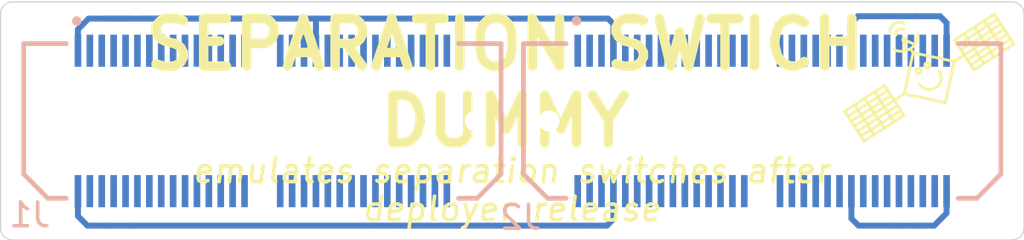
<source format=kicad_pcb>
(kicad_pcb (version 20171130) (host pcbnew "(5.1.9)-1")

  (general
    (thickness 1.6)
    (drawings 64)
    (tracks 31)
    (zones 0)
    (modules 7)
    (nets 117)
  )

  (page A4)
  (layers
    (0 F.Cu signal)
    (31 B.Cu signal)
    (32 B.Adhes user)
    (33 F.Adhes user)
    (34 B.Paste user)
    (35 F.Paste user)
    (36 B.SilkS user)
    (37 F.SilkS user)
    (38 B.Mask user)
    (39 F.Mask user)
    (40 Dwgs.User user hide)
    (41 Cmts.User user hide)
    (42 Eco1.User user)
    (43 Eco2.User user)
    (44 Edge.Cuts user)
    (45 Margin user hide)
    (46 B.CrtYd user hide)
    (47 F.CrtYd user hide)
    (48 B.Fab user hide)
    (49 F.Fab user hide)
  )

  (setup
    (last_trace_width 0.25)
    (user_trace_width 0.5)
    (trace_clearance 0.2)
    (zone_clearance 0.508)
    (zone_45_only no)
    (trace_min 0.2)
    (via_size 0.8)
    (via_drill 0.4)
    (via_min_size 0.4)
    (via_min_drill 0.2)
    (user_via 0.5 0.2)
    (uvia_size 0.3)
    (uvia_drill 0.1)
    (uvias_allowed no)
    (uvia_min_size 0.2)
    (uvia_min_drill 0.1)
    (edge_width 0.05)
    (segment_width 0.2)
    (pcb_text_width 0.3)
    (pcb_text_size 1.5 1.5)
    (mod_edge_width 0.12)
    (mod_text_size 1 1)
    (mod_text_width 0.15)
    (pad_size 1.524 1.524)
    (pad_drill 0.762)
    (pad_to_mask_clearance 0)
    (aux_axis_origin 0 0)
    (visible_elements 7FFFFFFF)
    (pcbplotparams
      (layerselection 0x010fc_ffffffff)
      (usegerberextensions true)
      (usegerberattributes true)
      (usegerberadvancedattributes false)
      (creategerberjobfile true)
      (excludeedgelayer true)
      (linewidth 0.100000)
      (plotframeref false)
      (viasonmask false)
      (mode 1)
      (useauxorigin false)
      (hpglpennumber 1)
      (hpglpenspeed 20)
      (hpglpendiameter 15.000000)
      (psnegative false)
      (psa4output false)
      (plotreference true)
      (plotvalue true)
      (plotinvisibletext false)
      (padsonsilk false)
      (subtractmaskfromsilk false)
      (outputformat 1)
      (mirror false)
      (drillshape 0)
      (scaleselection 1)
      (outputdirectory "gerbers/"))
  )

  (net 0 "")
  (net 1 /H2-26)
  (net 2 /H2-25)
  (net 3 /H1-26)
  (net 4 /H1-25)
  (net 5 /H2-24)
  (net 6 /H2-23)
  (net 7 /H1-24)
  (net 8 /H1-23)
  (net 9 /H2-22)
  (net 10 /H2-21)
  (net 11 /H1-22)
  (net 12 /H1-21)
  (net 13 /H2-20)
  (net 14 /H2-19)
  (net 15 /H1-20)
  (net 16 /H1-19)
  (net 17 /H2-18)
  (net 18 /H2-17)
  (net 19 /H1-18)
  (net 20 /H1-17)
  (net 21 /H2-16)
  (net 22 /H2-15)
  (net 23 /H1-16)
  (net 24 /GND)
  (net 25 /H2-14)
  (net 26 /H2-13)
  (net 27 /H1-14)
  (net 28 /H1-13)
  (net 29 /H2-12)
  (net 30 /H2-11)
  (net 31 /H1-12)
  (net 32 /H1-11)
  (net 33 /H2-10)
  (net 34 /H2-9)
  (net 35 /H1-10)
  (net 36 /H1-9)
  (net 37 /H2-8)
  (net 38 /H2-7)
  (net 39 /H1-8)
  (net 40 /H1-7)
  (net 41 /H2-6)
  (net 42 /H2-5)
  (net 43 /H1-6)
  (net 44 /H1-5)
  (net 45 /H2-4)
  (net 46 /H2-3)
  (net 47 /H1-4)
  (net 48 /H1-3)
  (net 49 /H2-2)
  (net 50 /H2-1)
  (net 51 /H1-2)
  (net 52 /H1-1)
  (net 53 /+X_SOLAR_PWR)
  (net 54 /-Z_SOLAR_PWR)
  (net 55 /+X_SOLAR_RTN)
  (net 56 /-Z_SOLAR_RTN)
  (net 57 /+X_SOLAR_TLE)
  (net 58 /-Z_SOLAR_TLE)
  (net 59 /SEP2)
  (net 60 /SEP1)
  (net 61 /SEP4)
  (net 62 /SEP3)
  (net 63 /-X_SOLAR_PWR)
  (net 64 /+Y_SOLAR_PWR)
  (net 65 /-X_SOLAR_RTN)
  (net 66 /+Y_SOLAR_RTN)
  (net 67 /-X_SOLAR_TLE)
  (net 68 /+Y_SOLAR_TLE)
  (net 69 /H2-52)
  (net 70 /H2-51)
  (net 71 /H1-52)
  (net 72 /H1-51)
  (net 73 /H2-50)
  (net 74 /H2-49)
  (net 75 /USER_3)
  (net 76 /USER_2)
  (net 77 /USER_1)
  (net 78 /SELF_TEST)
  (net 79 /H2-46)
  (net 80 /H2-45)
  (net 81 /H1-46)
  (net 82 /H1-45)
  (net 83 /H2-44)
  (net 84 /H2-43)
  (net 85 /H1-44)
  (net 86 /H1-43)
  (net 87 /H2-42)
  (net 88 /H2-41)
  (net 89 /H1-42)
  (net 90 /H1-41)
  (net 91 /H2-40)
  (net 92 /H2-39)
  (net 93 /H1-40)
  (net 94 /H1-39)
  (net 95 /H2-38)
  (net 96 /H2-37)
  (net 97 /H1-38)
  (net 98 /H1-37)
  (net 99 /H2-36)
  (net 100 /H2-35)
  (net 101 /H1-36)
  (net 102 /H1-35)
  (net 103 /H2-34)
  (net 104 /H2-33)
  (net 105 /H1-34)
  (net 106 /H1-33)
  (net 107 /AGND)
  (net 108 /5V_USB)
  (net 109 /H1-31)
  (net 110 /H1-30)
  (net 111 /BUS_RESET)
  (net 112 /H2-28)
  (net 113 /H2-27)
  (net 114 /H1-28)
  (net 115 /H1-27)
  (net 116 /RBF)

  (net_class Default "This is the default net class."
    (clearance 0.2)
    (trace_width 0.25)
    (via_dia 0.8)
    (via_drill 0.4)
    (uvia_dia 0.3)
    (uvia_drill 0.1)
    (add_net /+X_SOLAR_PWR)
    (add_net /+X_SOLAR_RTN)
    (add_net /+X_SOLAR_TLE)
    (add_net /+Y_SOLAR_PWR)
    (add_net /+Y_SOLAR_RTN)
    (add_net /+Y_SOLAR_TLE)
    (add_net /-X_SOLAR_PWR)
    (add_net /-X_SOLAR_RTN)
    (add_net /-X_SOLAR_TLE)
    (add_net /-Z_SOLAR_PWR)
    (add_net /-Z_SOLAR_RTN)
    (add_net /-Z_SOLAR_TLE)
    (add_net /5V_USB)
    (add_net /AGND)
    (add_net /BUS_RESET)
    (add_net /GND)
    (add_net /H1-1)
    (add_net /H1-10)
    (add_net /H1-11)
    (add_net /H1-12)
    (add_net /H1-13)
    (add_net /H1-14)
    (add_net /H1-16)
    (add_net /H1-17)
    (add_net /H1-18)
    (add_net /H1-19)
    (add_net /H1-2)
    (add_net /H1-20)
    (add_net /H1-21)
    (add_net /H1-22)
    (add_net /H1-23)
    (add_net /H1-24)
    (add_net /H1-25)
    (add_net /H1-26)
    (add_net /H1-27)
    (add_net /H1-28)
    (add_net /H1-3)
    (add_net /H1-30)
    (add_net /H1-31)
    (add_net /H1-33)
    (add_net /H1-34)
    (add_net /H1-35)
    (add_net /H1-36)
    (add_net /H1-37)
    (add_net /H1-38)
    (add_net /H1-39)
    (add_net /H1-4)
    (add_net /H1-40)
    (add_net /H1-41)
    (add_net /H1-42)
    (add_net /H1-43)
    (add_net /H1-44)
    (add_net /H1-45)
    (add_net /H1-46)
    (add_net /H1-5)
    (add_net /H1-51)
    (add_net /H1-52)
    (add_net /H1-6)
    (add_net /H1-7)
    (add_net /H1-8)
    (add_net /H1-9)
    (add_net /H2-1)
    (add_net /H2-10)
    (add_net /H2-11)
    (add_net /H2-12)
    (add_net /H2-13)
    (add_net /H2-14)
    (add_net /H2-15)
    (add_net /H2-16)
    (add_net /H2-17)
    (add_net /H2-18)
    (add_net /H2-19)
    (add_net /H2-2)
    (add_net /H2-20)
    (add_net /H2-21)
    (add_net /H2-22)
    (add_net /H2-23)
    (add_net /H2-24)
    (add_net /H2-25)
    (add_net /H2-26)
    (add_net /H2-27)
    (add_net /H2-28)
    (add_net /H2-3)
    (add_net /H2-33)
    (add_net /H2-34)
    (add_net /H2-35)
    (add_net /H2-36)
    (add_net /H2-37)
    (add_net /H2-38)
    (add_net /H2-39)
    (add_net /H2-4)
    (add_net /H2-40)
    (add_net /H2-41)
    (add_net /H2-42)
    (add_net /H2-43)
    (add_net /H2-44)
    (add_net /H2-45)
    (add_net /H2-46)
    (add_net /H2-49)
    (add_net /H2-5)
    (add_net /H2-50)
    (add_net /H2-51)
    (add_net /H2-52)
    (add_net /H2-6)
    (add_net /H2-7)
    (add_net /H2-8)
    (add_net /H2-9)
    (add_net /RBF)
    (add_net /SELF_TEST)
    (add_net /SEP1)
    (add_net /SEP2)
    (add_net /SEP3)
    (add_net /SEP4)
    (add_net /USER_1)
    (add_net /USER_2)
    (add_net /USER_3)
  )

  (module backplane-sepsw:NetTie-2_SMD_Pad0.25mm (layer B.Cu) (tedit 61BF51A4) (tstamp 61BF6664)
    (at 152.125 99.4 180)
    (descr "Net tie, 2 pin, 0.5mm square SMD pads")
    (tags "net tie")
    (path /61C44E55)
    (attr virtual)
    (fp_text reference NT5 (at 0 1.2) (layer B.SilkS) hide
      (effects (font (size 1 1) (thickness 0.15)) (justify mirror))
    )
    (fp_text value Net-Tie_2 (at 0 -1.2) (layer B.Fab) hide
      (effects (font (size 1 1) (thickness 0.15)) (justify mirror))
    )
    (fp_line (start -1 0.5) (end -1 -0.5) (layer B.CrtYd) (width 0.05))
    (fp_line (start -1 -0.5) (end 1 -0.5) (layer B.CrtYd) (width 0.05))
    (fp_line (start 1 -0.5) (end 1 0.5) (layer B.CrtYd) (width 0.05))
    (fp_line (start 1 0.5) (end -1 0.5) (layer B.CrtYd) (width 0.05))
    (fp_poly (pts (xy -0.50038 0.125) (xy 0.5 0.125) (xy 0.5 -0.125) (xy -0.50038 -0.125)) (layer B.Cu) (width 0))
    (pad 2 smd circle (at 0.5 0 180) (size 0.25 0.25) (layers B.Cu)
      (net 24 /GND))
    (pad 1 smd circle (at -0.5 0 180) (size 0.25 0.25) (layers B.Cu)
      (net 61 /SEP4))
  )

  (module backplane-sepsw:NetTie-2_SMD_Pad0.25mm (layer B.Cu) (tedit 61BF51A4) (tstamp 61BF6659)
    (at 152 90.6 180)
    (descr "Net tie, 2 pin, 0.5mm square SMD pads")
    (tags "net tie")
    (path /61C30C3B)
    (attr virtual)
    (fp_text reference NT4 (at 0 1.2) (layer B.SilkS) hide
      (effects (font (size 1 1) (thickness 0.15)) (justify mirror))
    )
    (fp_text value Net-Tie_2 (at 0 -1.2) (layer B.Fab) hide
      (effects (font (size 1 1) (thickness 0.15)) (justify mirror))
    )
    (fp_line (start -1 0.5) (end -1 -0.5) (layer B.CrtYd) (width 0.05))
    (fp_line (start -1 -0.5) (end 1 -0.5) (layer B.CrtYd) (width 0.05))
    (fp_line (start 1 -0.5) (end 1 0.5) (layer B.CrtYd) (width 0.05))
    (fp_line (start 1 0.5) (end -1 0.5) (layer B.CrtYd) (width 0.05))
    (fp_poly (pts (xy -0.50038 0.125) (xy 0.5 0.125) (xy 0.5 -0.125) (xy -0.50038 -0.125)) (layer B.Cu) (width 0))
    (pad 2 smd circle (at 0.5 0 180) (size 0.25 0.25) (layers B.Cu)
      (net 24 /GND))
    (pad 1 smd circle (at -0.5 0 180) (size 0.25 0.25) (layers B.Cu)
      (net 62 /SEP3))
  )

  (module backplane-sepsw:NetTie-2_SMD_Pad0.25mm (layer B.Cu) (tedit 61BF51A4) (tstamp 61BF664E)
    (at 119.05 99.4)
    (descr "Net tie, 2 pin, 0.5mm square SMD pads")
    (tags "net tie")
    (path /61C26BF4)
    (attr virtual)
    (fp_text reference NT3 (at 0 1.2) (layer B.SilkS) hide
      (effects (font (size 1 1) (thickness 0.15)) (justify mirror))
    )
    (fp_text value Net-Tie_2 (at 0 -1.2) (layer B.Fab) hide
      (effects (font (size 1 1) (thickness 0.15)) (justify mirror))
    )
    (fp_line (start -1 0.5) (end -1 -0.5) (layer B.CrtYd) (width 0.05))
    (fp_line (start -1 -0.5) (end 1 -0.5) (layer B.CrtYd) (width 0.05))
    (fp_line (start 1 -0.5) (end 1 0.5) (layer B.CrtYd) (width 0.05))
    (fp_line (start 1 0.5) (end -1 0.5) (layer B.CrtYd) (width 0.05))
    (fp_poly (pts (xy -0.50038 0.125) (xy 0.5 0.125) (xy 0.5 -0.125) (xy -0.50038 -0.125)) (layer B.Cu) (width 0))
    (pad 2 smd circle (at 0.5 0) (size 0.25 0.25) (layers B.Cu)
      (net 24 /GND))
    (pad 1 smd circle (at -0.5 0) (size 0.25 0.25) (layers B.Cu)
      (net 59 /SEP2))
  )

  (module backplane-sepsw:NetTie-2_SMD_Pad0.25mm (layer B.Cu) (tedit 61BF51A4) (tstamp 61BF6643)
    (at 118.925 90.7)
    (descr "Net tie, 2 pin, 0.5mm square SMD pads")
    (tags "net tie")
    (path /61BFFEAD)
    (attr virtual)
    (fp_text reference NT2 (at 0 1.2) (layer B.SilkS) hide
      (effects (font (size 1 1) (thickness 0.15)) (justify mirror))
    )
    (fp_text value Net-Tie_2 (at 0 -1.2) (layer B.Fab) hide
      (effects (font (size 1 1) (thickness 0.15)) (justify mirror))
    )
    (fp_line (start -1 0.5) (end -1 -0.5) (layer B.CrtYd) (width 0.05))
    (fp_line (start -1 -0.5) (end 1 -0.5) (layer B.CrtYd) (width 0.05))
    (fp_line (start 1 -0.5) (end 1 0.5) (layer B.CrtYd) (width 0.05))
    (fp_line (start 1 0.5) (end -1 0.5) (layer B.CrtYd) (width 0.05))
    (fp_poly (pts (xy -0.50038 0.125) (xy 0.5 0.125) (xy 0.5 -0.125) (xy -0.50038 -0.125)) (layer B.Cu) (width 0))
    (pad 2 smd circle (at 0.5 0) (size 0.25 0.25) (layers B.Cu)
      (net 24 /GND))
    (pad 1 smd circle (at -0.5 0) (size 0.25 0.25) (layers B.Cu)
      (net 60 /SEP1))
  )

  (module backplane-sepsw:NetTie-2_SMD_Pad0.25mm (layer B.Cu) (tedit 61BF51A4) (tstamp 61BF6A95)
    (at 135.1 90.7)
    (descr "Net tie, 2 pin, 0.5mm square SMD pads")
    (tags "net tie")
    (path /61C3B022)
    (attr virtual)
    (fp_text reference NT1 (at 0 1.2) (layer B.SilkS) hide
      (effects (font (size 1 1) (thickness 0.15)) (justify mirror))
    )
    (fp_text value Net-Tie_2 (at 0 -1.2) (layer B.Fab) hide
      (effects (font (size 1 1) (thickness 0.15)) (justify mirror))
    )
    (fp_line (start -1 0.5) (end -1 -0.5) (layer B.CrtYd) (width 0.05))
    (fp_line (start -1 -0.5) (end 1 -0.5) (layer B.CrtYd) (width 0.05))
    (fp_line (start 1 -0.5) (end 1 0.5) (layer B.CrtYd) (width 0.05))
    (fp_line (start 1 0.5) (end -1 0.5) (layer B.CrtYd) (width 0.05))
    (fp_poly (pts (xy -0.50038 0.125) (xy 0.5 0.125) (xy 0.5 -0.125) (xy -0.50038 -0.125)) (layer B.Cu) (width 0))
    (pad 2 smd circle (at 0.5 0) (size 0.25 0.25) (layers B.Cu)
      (net 24 /GND))
    (pad 1 smd circle (at -0.5 0) (size 0.25 0.25) (layers B.Cu)
      (net 116 /RBF))
  )

  (module backplane-sepsw:SAMTEC_LSH-030-01-X-D-A-TR (layer B.Cu) (tedit 61BD6C6A) (tstamp 61BF5095)
    (at 146 95)
    (path /61E5281C)
    (fp_text reference J2 (at -10.15 4.05) (layer B.SilkS)
      (effects (font (size 1 1) (thickness 0.15)) (justify mirror))
    )
    (fp_text value "Breakout Connector" (at 6.23 -5.365) (layer B.Fab)
      (effects (font (size 1 1) (thickness 0.15)) (justify mirror))
    )
    (fp_circle (center -7.8 -4.2) (end -7.7 -4.2) (layer B.SilkS) (width 0.2))
    (fp_circle (center -7.8 -4.2) (end -7.7 -4.2) (layer B.Fab) (width 0.2))
    (fp_line (start -10.28 -3.875) (end -10.28 3.875) (layer B.CrtYd) (width 0.05))
    (fp_line (start 10.28 -3.875) (end -10.28 -3.875) (layer B.CrtYd) (width 0.05))
    (fp_line (start 10.28 3.875) (end 10.28 -3.875) (layer B.CrtYd) (width 0.05))
    (fp_line (start -10.28 3.875) (end 10.28 3.875) (layer B.CrtYd) (width 0.05))
    (fp_line (start 10.03 -3.25) (end 8.24 -3.25) (layer B.SilkS) (width 0.2))
    (fp_line (start 10.03 2.23) (end 10.03 -3.25) (layer B.SilkS) (width 0.2))
    (fp_line (start 9.02 3.25) (end 10.03 2.23) (layer B.SilkS) (width 0.2))
    (fp_line (start 8.24 3.25) (end 9.02 3.25) (layer B.SilkS) (width 0.2))
    (fp_line (start -9.02 3.25) (end -8.24 3.25) (layer B.SilkS) (width 0.2))
    (fp_line (start -10.03 2.23) (end -9.02 3.25) (layer B.SilkS) (width 0.2))
    (fp_line (start -10.03 -3.25) (end -10.03 2.23) (layer B.SilkS) (width 0.2))
    (fp_line (start -10.03 -3.25) (end -8.24 -3.25) (layer B.SilkS) (width 0.2))
    (fp_line (start -10.03 -3.25) (end -10.03 2.23) (layer B.Fab) (width 0.1))
    (fp_line (start 10.03 -3.25) (end -10.03 -3.25) (layer B.Fab) (width 0.1))
    (fp_line (start 10.03 2.23) (end 10.03 -3.25) (layer B.Fab) (width 0.1))
    (fp_line (start 9.02 3.25) (end 10.03 2.23) (layer B.Fab) (width 0.1))
    (fp_line (start -9.02 3.25) (end 9.02 3.25) (layer B.Fab) (width 0.1))
    (fp_line (start -10.03 2.23) (end -9.02 3.25) (layer B.Fab) (width 0.1))
    (fp_poly (pts (xy -8.39 1.89) (xy 8.39 1.89) (xy 8.39 -1.89) (xy -8.39 -1.89)) (layer Dwgs.User) (width 0.01))
    (fp_poly (pts (xy -8.39 1.89) (xy 8.39 1.89) (xy 8.39 -1.89) (xy -8.39 -1.89)) (layer Dwgs.User) (width 0.01))
    (pad None np_thru_hole circle (at 8.955 0) (size 0.89 0.89) (drill 0.89) (layers *.Cu *.Mask))
    (pad None np_thru_hole circle (at -8.955 0) (size 0.89 0.89) (drill 0.89) (layers *.Cu *.Mask))
    (pad 60 smd rect (at 7.75 2.95) (size 0.28 1.35) (layers B.Cu B.Paste B.Mask)
      (net 61 /SEP4))
    (pad 59 smd rect (at 7.75 -2.95) (size 0.28 1.35) (layers B.Cu B.Paste B.Mask)
      (net 62 /SEP3))
    (pad 58 smd rect (at 7.25 2.95) (size 0.28 1.35) (layers B.Cu B.Paste B.Mask)
      (net 63 /-X_SOLAR_PWR))
    (pad 57 smd rect (at 7.25 -2.95) (size 0.28 1.35) (layers B.Cu B.Paste B.Mask)
      (net 64 /+Y_SOLAR_PWR))
    (pad 56 smd rect (at 6.75 2.95) (size 0.28 1.35) (layers B.Cu B.Paste B.Mask)
      (net 65 /-X_SOLAR_RTN))
    (pad 55 smd rect (at 6.75 -2.95) (size 0.28 1.35) (layers B.Cu B.Paste B.Mask)
      (net 66 /+Y_SOLAR_RTN))
    (pad 54 smd rect (at 6.25 2.95) (size 0.28 1.35) (layers B.Cu B.Paste B.Mask)
      (net 67 /-X_SOLAR_TLE))
    (pad 53 smd rect (at 6.25 -2.95) (size 0.28 1.35) (layers B.Cu B.Paste B.Mask)
      (net 68 /+Y_SOLAR_TLE))
    (pad 52 smd rect (at 5.75 2.95) (size 0.28 1.35) (layers B.Cu B.Paste B.Mask)
      (net 69 /H2-52))
    (pad 51 smd rect (at 5.75 -2.95) (size 0.28 1.35) (layers B.Cu B.Paste B.Mask)
      (net 70 /H2-51))
    (pad 50 smd rect (at 5.25 2.95) (size 0.28 1.35) (layers B.Cu B.Paste B.Mask)
      (net 71 /H1-52))
    (pad 49 smd rect (at 5.25 -2.95) (size 0.28 1.35) (layers B.Cu B.Paste B.Mask)
      (net 72 /H1-51))
    (pad 48 smd rect (at 4.75 2.95) (size 0.28 1.35) (layers B.Cu B.Paste B.Mask)
      (net 73 /H2-50))
    (pad 47 smd rect (at 4.75 -2.95) (size 0.28 1.35) (layers B.Cu B.Paste B.Mask)
      (net 74 /H2-49))
    (pad 46 smd rect (at 4.25 2.95) (size 0.28 1.35) (layers B.Cu B.Paste B.Mask)
      (net 75 /USER_3))
    (pad 45 smd rect (at 4.25 -2.95) (size 0.28 1.35) (layers B.Cu B.Paste B.Mask)
      (net 76 /USER_2))
    (pad 44 smd rect (at 3.75 2.95) (size 0.28 1.35) (layers B.Cu B.Paste B.Mask)
      (net 24 /GND))
    (pad 43 smd rect (at 3.75 -2.95) (size 0.28 1.35) (layers B.Cu B.Paste B.Mask)
      (net 24 /GND))
    (pad 42 smd rect (at 3.25 2.95) (size 0.28 1.35) (layers B.Cu B.Paste B.Mask)
      (net 77 /USER_1))
    (pad 41 smd rect (at 3.25 -2.95) (size 0.28 1.35) (layers B.Cu B.Paste B.Mask)
      (net 78 /SELF_TEST))
    (pad 40 smd rect (at 2.75 2.95) (size 0.28 1.35) (layers B.Cu B.Paste B.Mask)
      (net 79 /H2-46))
    (pad 39 smd rect (at 2.75 -2.95) (size 0.28 1.35) (layers B.Cu B.Paste B.Mask)
      (net 80 /H2-45))
    (pad 38 smd rect (at 2.25 2.95) (size 0.28 1.35) (layers B.Cu B.Paste B.Mask)
      (net 81 /H1-46))
    (pad 37 smd rect (at 2.25 -2.95) (size 0.28 1.35) (layers B.Cu B.Paste B.Mask)
      (net 82 /H1-45))
    (pad 36 smd rect (at 1.75 2.95) (size 0.28 1.35) (layers B.Cu B.Paste B.Mask)
      (net 83 /H2-44))
    (pad 35 smd rect (at 1.75 -2.95) (size 0.28 1.35) (layers B.Cu B.Paste B.Mask)
      (net 84 /H2-43))
    (pad 34 smd rect (at 1.25 2.95) (size 0.28 1.35) (layers B.Cu B.Paste B.Mask)
      (net 85 /H1-44))
    (pad 33 smd rect (at 1.25 -2.95) (size 0.28 1.35) (layers B.Cu B.Paste B.Mask)
      (net 86 /H1-43))
    (pad 32 smd rect (at 0.75 2.95) (size 0.28 1.35) (layers B.Cu B.Paste B.Mask)
      (net 87 /H2-42))
    (pad 31 smd rect (at 0.75 -2.95) (size 0.28 1.35) (layers B.Cu B.Paste B.Mask)
      (net 88 /H2-41))
    (pad 30 smd rect (at -0.75 2.95) (size 0.28 1.35) (layers B.Cu B.Paste B.Mask)
      (net 89 /H1-42))
    (pad 29 smd rect (at -0.75 -2.95) (size 0.28 1.35) (layers B.Cu B.Paste B.Mask)
      (net 90 /H1-41))
    (pad 28 smd rect (at -1.25 2.95) (size 0.28 1.35) (layers B.Cu B.Paste B.Mask)
      (net 91 /H2-40))
    (pad 27 smd rect (at -1.25 -2.95) (size 0.28 1.35) (layers B.Cu B.Paste B.Mask)
      (net 92 /H2-39))
    (pad 26 smd rect (at -1.75 2.95) (size 0.28 1.35) (layers B.Cu B.Paste B.Mask)
      (net 93 /H1-40))
    (pad 25 smd rect (at -1.75 -2.95) (size 0.28 1.35) (layers B.Cu B.Paste B.Mask)
      (net 94 /H1-39))
    (pad 24 smd rect (at -2.25 2.95) (size 0.28 1.35) (layers B.Cu B.Paste B.Mask)
      (net 95 /H2-38))
    (pad 23 smd rect (at -2.25 -2.95) (size 0.28 1.35) (layers B.Cu B.Paste B.Mask)
      (net 96 /H2-37))
    (pad 22 smd rect (at -2.75 2.95) (size 0.28 1.35) (layers B.Cu B.Paste B.Mask)
      (net 97 /H1-38))
    (pad 21 smd rect (at -2.75 -2.95) (size 0.28 1.35) (layers B.Cu B.Paste B.Mask)
      (net 98 /H1-37))
    (pad 20 smd rect (at -3.25 2.95) (size 0.28 1.35) (layers B.Cu B.Paste B.Mask)
      (net 99 /H2-36))
    (pad 19 smd rect (at -3.25 -2.95) (size 0.28 1.35) (layers B.Cu B.Paste B.Mask)
      (net 100 /H2-35))
    (pad 18 smd rect (at -3.75 2.95) (size 0.28 1.35) (layers B.Cu B.Paste B.Mask)
      (net 101 /H1-36))
    (pad 17 smd rect (at -3.75 -2.95) (size 0.28 1.35) (layers B.Cu B.Paste B.Mask)
      (net 102 /H1-35))
    (pad 16 smd rect (at -4.25 2.95) (size 0.28 1.35) (layers B.Cu B.Paste B.Mask)
      (net 103 /H2-34))
    (pad 15 smd rect (at -4.25 -2.95) (size 0.28 1.35) (layers B.Cu B.Paste B.Mask)
      (net 104 /H2-33))
    (pad 14 smd rect (at -4.75 2.95) (size 0.28 1.35) (layers B.Cu B.Paste B.Mask)
      (net 105 /H1-34))
    (pad 13 smd rect (at -4.75 -2.95) (size 0.28 1.35) (layers B.Cu B.Paste B.Mask)
      (net 106 /H1-33))
    (pad 12 smd rect (at -5.25 2.95) (size 0.28 1.35) (layers B.Cu B.Paste B.Mask)
      (net 24 /GND))
    (pad 11 smd rect (at -5.25 -2.95) (size 0.28 1.35) (layers B.Cu B.Paste B.Mask)
      (net 107 /AGND))
    (pad 10 smd rect (at -5.75 2.95) (size 0.28 1.35) (layers B.Cu B.Paste B.Mask)
      (net 108 /5V_USB))
    (pad 9 smd rect (at -5.75 -2.95) (size 0.28 1.35) (layers B.Cu B.Paste B.Mask)
      (net 109 /H1-31))
    (pad 8 smd rect (at -6.25 2.95) (size 0.28 1.35) (layers B.Cu B.Paste B.Mask)
      (net 24 /GND))
    (pad 7 smd rect (at -6.25 -2.95) (size 0.28 1.35) (layers B.Cu B.Paste B.Mask)
      (net 24 /GND))
    (pad 6 smd rect (at -6.75 2.95) (size 0.28 1.35) (layers B.Cu B.Paste B.Mask)
      (net 110 /H1-30))
    (pad 5 smd rect (at -6.75 -2.95) (size 0.28 1.35) (layers B.Cu B.Paste B.Mask)
      (net 111 /BUS_RESET))
    (pad 4 smd rect (at -7.25 2.95) (size 0.28 1.35) (layers B.Cu B.Paste B.Mask)
      (net 112 /H2-28))
    (pad 3 smd rect (at -7.25 -2.95) (size 0.28 1.35) (layers B.Cu B.Paste B.Mask)
      (net 113 /H2-27))
    (pad 2 smd rect (at -7.75 2.95) (size 0.28 1.35) (layers B.Cu B.Paste B.Mask)
      (net 114 /H1-28))
    (pad 1 smd rect (at -7.75 -2.95) (size 0.28 1.35) (layers B.Cu B.Paste B.Mask)
      (net 115 /H1-27))
    (model ${KIPRJMOD}/lib-footprints/CubeSat_Backplane.pretty/LSH-030-01-X-D-A-TR.step
      (offset (xyz 0 0 1.9))
      (scale (xyz 1 1 1))
      (rotate (xyz -90 0 0))
    )
  )

  (module backplane-sepsw:SAMTEC_LSH-030-01-X-D-A-TR (layer B.Cu) (tedit 61BD6C6A) (tstamp 61BF503D)
    (at 125 95)
    (path /61E52913)
    (fp_text reference J1 (at -9.775 3.95) (layer B.SilkS)
      (effects (font (size 1 1) (thickness 0.15)) (justify mirror))
    )
    (fp_text value "Breakout Connector" (at 6.23 -5.365) (layer B.Fab)
      (effects (font (size 1 1) (thickness 0.15)) (justify mirror))
    )
    (fp_circle (center -7.8 -4.2) (end -7.7 -4.2) (layer B.SilkS) (width 0.2))
    (fp_circle (center -7.8 -4.2) (end -7.7 -4.2) (layer B.Fab) (width 0.2))
    (fp_line (start -10.28 -3.875) (end -10.28 3.875) (layer B.CrtYd) (width 0.05))
    (fp_line (start 10.28 -3.875) (end -10.28 -3.875) (layer B.CrtYd) (width 0.05))
    (fp_line (start 10.28 3.875) (end 10.28 -3.875) (layer B.CrtYd) (width 0.05))
    (fp_line (start -10.28 3.875) (end 10.28 3.875) (layer B.CrtYd) (width 0.05))
    (fp_line (start 10.03 -3.25) (end 8.24 -3.25) (layer B.SilkS) (width 0.2))
    (fp_line (start 10.03 2.23) (end 10.03 -3.25) (layer B.SilkS) (width 0.2))
    (fp_line (start 9.02 3.25) (end 10.03 2.23) (layer B.SilkS) (width 0.2))
    (fp_line (start 8.24 3.25) (end 9.02 3.25) (layer B.SilkS) (width 0.2))
    (fp_line (start -9.02 3.25) (end -8.24 3.25) (layer B.SilkS) (width 0.2))
    (fp_line (start -10.03 2.23) (end -9.02 3.25) (layer B.SilkS) (width 0.2))
    (fp_line (start -10.03 -3.25) (end -10.03 2.23) (layer B.SilkS) (width 0.2))
    (fp_line (start -10.03 -3.25) (end -8.24 -3.25) (layer B.SilkS) (width 0.2))
    (fp_line (start -10.03 -3.25) (end -10.03 2.23) (layer B.Fab) (width 0.1))
    (fp_line (start 10.03 -3.25) (end -10.03 -3.25) (layer B.Fab) (width 0.1))
    (fp_line (start 10.03 2.23) (end 10.03 -3.25) (layer B.Fab) (width 0.1))
    (fp_line (start 9.02 3.25) (end 10.03 2.23) (layer B.Fab) (width 0.1))
    (fp_line (start -9.02 3.25) (end 9.02 3.25) (layer B.Fab) (width 0.1))
    (fp_line (start -10.03 2.23) (end -9.02 3.25) (layer B.Fab) (width 0.1))
    (fp_poly (pts (xy -8.39 1.89) (xy 8.39 1.89) (xy 8.39 -1.89) (xy -8.39 -1.89)) (layer Dwgs.User) (width 0.01))
    (fp_poly (pts (xy -8.39 1.89) (xy 8.39 1.89) (xy 8.39 -1.89) (xy -8.39 -1.89)) (layer Dwgs.User) (width 0.01))
    (pad None np_thru_hole circle (at 8.955 0) (size 0.89 0.89) (drill 0.89) (layers *.Cu *.Mask))
    (pad None np_thru_hole circle (at -8.955 0) (size 0.89 0.89) (drill 0.89) (layers *.Cu *.Mask))
    (pad 60 smd rect (at 7.75 2.95) (size 0.28 1.35) (layers B.Cu B.Paste B.Mask)
      (net 1 /H2-26))
    (pad 59 smd rect (at 7.75 -2.95) (size 0.28 1.35) (layers B.Cu B.Paste B.Mask)
      (net 2 /H2-25))
    (pad 58 smd rect (at 7.25 2.95) (size 0.28 1.35) (layers B.Cu B.Paste B.Mask)
      (net 3 /H1-26))
    (pad 57 smd rect (at 7.25 -2.95) (size 0.28 1.35) (layers B.Cu B.Paste B.Mask)
      (net 4 /H1-25))
    (pad 56 smd rect (at 6.75 2.95) (size 0.28 1.35) (layers B.Cu B.Paste B.Mask)
      (net 5 /H2-24))
    (pad 55 smd rect (at 6.75 -2.95) (size 0.28 1.35) (layers B.Cu B.Paste B.Mask)
      (net 6 /H2-23))
    (pad 54 smd rect (at 6.25 2.95) (size 0.28 1.35) (layers B.Cu B.Paste B.Mask)
      (net 7 /H1-24))
    (pad 53 smd rect (at 6.25 -2.95) (size 0.28 1.35) (layers B.Cu B.Paste B.Mask)
      (net 8 /H1-23))
    (pad 52 smd rect (at 5.75 2.95) (size 0.28 1.35) (layers B.Cu B.Paste B.Mask)
      (net 9 /H2-22))
    (pad 51 smd rect (at 5.75 -2.95) (size 0.28 1.35) (layers B.Cu B.Paste B.Mask)
      (net 10 /H2-21))
    (pad 50 smd rect (at 5.25 2.95) (size 0.28 1.35) (layers B.Cu B.Paste B.Mask)
      (net 11 /H1-22))
    (pad 49 smd rect (at 5.25 -2.95) (size 0.28 1.35) (layers B.Cu B.Paste B.Mask)
      (net 12 /H1-21))
    (pad 48 smd rect (at 4.75 2.95) (size 0.28 1.35) (layers B.Cu B.Paste B.Mask)
      (net 13 /H2-20))
    (pad 47 smd rect (at 4.75 -2.95) (size 0.28 1.35) (layers B.Cu B.Paste B.Mask)
      (net 14 /H2-19))
    (pad 46 smd rect (at 4.25 2.95) (size 0.28 1.35) (layers B.Cu B.Paste B.Mask)
      (net 15 /H1-20))
    (pad 45 smd rect (at 4.25 -2.95) (size 0.28 1.35) (layers B.Cu B.Paste B.Mask)
      (net 16 /H1-19))
    (pad 44 smd rect (at 3.75 2.95) (size 0.28 1.35) (layers B.Cu B.Paste B.Mask)
      (net 17 /H2-18))
    (pad 43 smd rect (at 3.75 -2.95) (size 0.28 1.35) (layers B.Cu B.Paste B.Mask)
      (net 18 /H2-17))
    (pad 42 smd rect (at 3.25 2.95) (size 0.28 1.35) (layers B.Cu B.Paste B.Mask)
      (net 19 /H1-18))
    (pad 41 smd rect (at 3.25 -2.95) (size 0.28 1.35) (layers B.Cu B.Paste B.Mask)
      (net 20 /H1-17))
    (pad 40 smd rect (at 2.75 2.95) (size 0.28 1.35) (layers B.Cu B.Paste B.Mask)
      (net 21 /H2-16))
    (pad 39 smd rect (at 2.75 -2.95) (size 0.28 1.35) (layers B.Cu B.Paste B.Mask)
      (net 22 /H2-15))
    (pad 38 smd rect (at 2.25 2.95) (size 0.28 1.35) (layers B.Cu B.Paste B.Mask)
      (net 23 /H1-16))
    (pad 37 smd rect (at 2.25 -2.95) (size 0.28 1.35) (layers B.Cu B.Paste B.Mask)
      (net 116 /RBF))
    (pad 36 smd rect (at 1.75 2.95) (size 0.28 1.35) (layers B.Cu B.Paste B.Mask)
      (net 25 /H2-14))
    (pad 35 smd rect (at 1.75 -2.95) (size 0.28 1.35) (layers B.Cu B.Paste B.Mask)
      (net 26 /H2-13))
    (pad 34 smd rect (at 1.25 2.95) (size 0.28 1.35) (layers B.Cu B.Paste B.Mask)
      (net 27 /H1-14))
    (pad 33 smd rect (at 1.25 -2.95) (size 0.28 1.35) (layers B.Cu B.Paste B.Mask)
      (net 28 /H1-13))
    (pad 32 smd rect (at 0.75 2.95) (size 0.28 1.35) (layers B.Cu B.Paste B.Mask)
      (net 29 /H2-12))
    (pad 31 smd rect (at 0.75 -2.95) (size 0.28 1.35) (layers B.Cu B.Paste B.Mask)
      (net 30 /H2-11))
    (pad 30 smd rect (at -0.75 2.95) (size 0.28 1.35) (layers B.Cu B.Paste B.Mask)
      (net 31 /H1-12))
    (pad 29 smd rect (at -0.75 -2.95) (size 0.28 1.35) (layers B.Cu B.Paste B.Mask)
      (net 32 /H1-11))
    (pad 28 smd rect (at -1.25 2.95) (size 0.28 1.35) (layers B.Cu B.Paste B.Mask)
      (net 33 /H2-10))
    (pad 27 smd rect (at -1.25 -2.95) (size 0.28 1.35) (layers B.Cu B.Paste B.Mask)
      (net 34 /H2-9))
    (pad 26 smd rect (at -1.75 2.95) (size 0.28 1.35) (layers B.Cu B.Paste B.Mask)
      (net 35 /H1-10))
    (pad 25 smd rect (at -1.75 -2.95) (size 0.28 1.35) (layers B.Cu B.Paste B.Mask)
      (net 36 /H1-9))
    (pad 24 smd rect (at -2.25 2.95) (size 0.28 1.35) (layers B.Cu B.Paste B.Mask)
      (net 37 /H2-8))
    (pad 23 smd rect (at -2.25 -2.95) (size 0.28 1.35) (layers B.Cu B.Paste B.Mask)
      (net 38 /H2-7))
    (pad 22 smd rect (at -2.75 2.95) (size 0.28 1.35) (layers B.Cu B.Paste B.Mask)
      (net 39 /H1-8))
    (pad 21 smd rect (at -2.75 -2.95) (size 0.28 1.35) (layers B.Cu B.Paste B.Mask)
      (net 40 /H1-7))
    (pad 20 smd rect (at -3.25 2.95) (size 0.28 1.35) (layers B.Cu B.Paste B.Mask)
      (net 41 /H2-6))
    (pad 19 smd rect (at -3.25 -2.95) (size 0.28 1.35) (layers B.Cu B.Paste B.Mask)
      (net 42 /H2-5))
    (pad 18 smd rect (at -3.75 2.95) (size 0.28 1.35) (layers B.Cu B.Paste B.Mask)
      (net 43 /H1-6))
    (pad 17 smd rect (at -3.75 -2.95) (size 0.28 1.35) (layers B.Cu B.Paste B.Mask)
      (net 44 /H1-5))
    (pad 16 smd rect (at -4.25 2.95) (size 0.28 1.35) (layers B.Cu B.Paste B.Mask)
      (net 45 /H2-4))
    (pad 15 smd rect (at -4.25 -2.95) (size 0.28 1.35) (layers B.Cu B.Paste B.Mask)
      (net 46 /H2-3))
    (pad 14 smd rect (at -4.75 2.95) (size 0.28 1.35) (layers B.Cu B.Paste B.Mask)
      (net 47 /H1-4))
    (pad 13 smd rect (at -4.75 -2.95) (size 0.28 1.35) (layers B.Cu B.Paste B.Mask)
      (net 48 /H1-3))
    (pad 12 smd rect (at -5.25 2.95) (size 0.28 1.35) (layers B.Cu B.Paste B.Mask)
      (net 49 /H2-2))
    (pad 11 smd rect (at -5.25 -2.95) (size 0.28 1.35) (layers B.Cu B.Paste B.Mask)
      (net 50 /H2-1))
    (pad 10 smd rect (at -5.75 2.95) (size 0.28 1.35) (layers B.Cu B.Paste B.Mask)
      (net 51 /H1-2))
    (pad 9 smd rect (at -5.75 -2.95) (size 0.28 1.35) (layers B.Cu B.Paste B.Mask)
      (net 52 /H1-1))
    (pad 8 smd rect (at -6.25 2.95) (size 0.28 1.35) (layers B.Cu B.Paste B.Mask)
      (net 53 /+X_SOLAR_PWR))
    (pad 7 smd rect (at -6.25 -2.95) (size 0.28 1.35) (layers B.Cu B.Paste B.Mask)
      (net 54 /-Z_SOLAR_PWR))
    (pad 6 smd rect (at -6.75 2.95) (size 0.28 1.35) (layers B.Cu B.Paste B.Mask)
      (net 55 /+X_SOLAR_RTN))
    (pad 5 smd rect (at -6.75 -2.95) (size 0.28 1.35) (layers B.Cu B.Paste B.Mask)
      (net 56 /-Z_SOLAR_RTN))
    (pad 4 smd rect (at -7.25 2.95) (size 0.28 1.35) (layers B.Cu B.Paste B.Mask)
      (net 57 /+X_SOLAR_TLE))
    (pad 3 smd rect (at -7.25 -2.95) (size 0.28 1.35) (layers B.Cu B.Paste B.Mask)
      (net 58 /-Z_SOLAR_TLE))
    (pad 2 smd rect (at -7.75 2.95) (size 0.28 1.35) (layers B.Cu B.Paste B.Mask)
      (net 59 /SEP2))
    (pad 1 smd rect (at -7.75 -2.95) (size 0.28 1.35) (layers B.Cu B.Paste B.Mask)
      (net 60 /SEP1))
    (model ${KIPRJMOD}/lib-footprints/CubeSat_Backplane.pretty/LSH-030-01-X-D-A-TR.step
      (offset (xyz 0 0 1.9))
      (scale (xyz 1 1 1))
      (rotate (xyz -90 0 0))
    )
  )

  (gr_text "emulates separation switches after\ndeployer release" (at 135.475 97.9) (layer F.SilkS)
    (effects (font (size 1 1) (thickness 0.15) italic))
  )
  (gr_arc (start 151.755154 91.23266) (end 151.966993 90.916236) (angle -132.026374) (layer F.SilkS) (width 0.12))
  (gr_arc (start 151.823234 91.337494) (end 151.95012 91.165666) (angle -141.0090908) (layer F.SilkS) (width 0.12))
  (gr_circle (center 151.986626 91.589095) (end 152.027474 91.651995) (layer F.SilkS) (width 0.12) (tstamp 61BFD3DD))
  (gr_line (start 152.414149 91.788404) (end 151.986626 91.589095) (layer F.SilkS) (width 0.12) (tstamp 61BFD3D1))
  (gr_line (start 151.994814 92.060723) (end 151.986626 91.589095) (layer F.SilkS) (width 0.12))
  (gr_arc (start 151.850466 91.379427) (end 151.537887 91.999746) (angle -119.4871257) (layer F.SilkS) (width 0.12))
  (gr_line (start 152.340641 92.134231) (end 152.231713 91.966497) (layer F.SilkS) (width 0.12))
  (gr_circle (center 152.944521 92.660187) (end 152.987285 92.632416) (layer F.SilkS) (width 0.12) (tstamp 61BFCFC7))
  (gr_circle (center 152.575506 92.899828) (end 152.594351 92.947208) (layer F.SilkS) (width 0.12))
  (gr_arc (start 153.02144 93.182569) (end 152.602105 93.454889) (angle -180) (layer F.SilkS) (width 0.12))
  (gr_line (start 155.894135 90.720837) (end 154.216794 91.810116) (layer F.SilkS) (width 0.12) (tstamp 61BFCF5D))
  (gr_line (start 154.761433 92.648786) (end 154.625273 92.439118) (layer F.SilkS) (width 0.12) (tstamp 61BFCF5C))
  (gr_line (start 156.302614 91.34984) (end 156.166455 91.140173) (layer F.SilkS) (width 0.12) (tstamp 61BFCF5B))
  (gr_line (start 154.625273 92.439118) (end 156.302614 91.34984) (layer F.SilkS) (width 0.12) (tstamp 61BFCF5A))
  (gr_line (start 156.030295 90.930505) (end 155.894135 90.720837) (layer F.SilkS) (width 0.12) (tstamp 61BFCF59))
  (gr_line (start 154.352954 92.019783) (end 156.030295 90.930505) (layer F.SilkS) (width 0.12) (tstamp 61BFCF58))
  (gr_line (start 156.166455 91.140173) (end 154.489114 92.229451) (layer F.SilkS) (width 0.12) (tstamp 61BFCF57))
  (gr_line (start 154.49997 91.328128) (end 154.919305 91.055809) (layer F.SilkS) (width 0.12) (tstamp 61BFCF56))
  (gr_line (start 156.155599 92.041495) (end 155.33864 90.783489) (layer F.SilkS) (width 0.12) (tstamp 61BFCF55))
  (gr_line (start 155.736263 92.313815) (end 156.155599 92.041495) (layer F.SilkS) (width 0.12) (tstamp 61BFCF54))
  (gr_line (start 155.316928 92.586134) (end 154.49997 91.328128) (layer F.SilkS) (width 0.12) (tstamp 61BFCF53))
  (gr_line (start 154.919305 91.055809) (end 155.736263 92.313815) (layer F.SilkS) (width 0.12) (tstamp 61BFCF52))
  (gr_line (start 154.897593 92.858454) (end 156.574934 91.769176) (layer F.SilkS) (width 0.12) (tstamp 61BFCF51))
  (gr_line (start 154.489114 92.229451) (end 154.897593 92.858454) (layer F.SilkS) (width 0.12) (tstamp 61BFCF50))
  (gr_line (start 154.080634 91.600448) (end 154.489114 92.229451) (layer F.SilkS) (width 0.12) (tstamp 61BFCF4F))
  (gr_line (start 155.757975 90.51117) (end 154.080634 91.600448) (layer F.SilkS) (width 0.12) (tstamp 61BFCF4E))
  (gr_line (start 156.574934 91.769176) (end 155.757975 90.51117) (layer F.SilkS) (width 0.12) (tstamp 61BFCF4D))
  (gr_line (start 156.438774 91.559508) (end 154.761433 92.648786) (layer F.SilkS) (width 0.12) (tstamp 61BFCF4C))
  (gr_line (start 149.887281 94.323643) (end 150.70424 95.581649) (layer F.SilkS) (width 0.12))
  (gr_line (start 150.306617 94.051324) (end 149.887281 94.323643) (layer F.SilkS) (width 0.12))
  (gr_line (start 151.123575 95.309329) (end 150.306617 94.051324) (layer F.SilkS) (width 0.12))
  (gr_line (start 151.542911 95.03701) (end 151.123575 95.309329) (layer F.SilkS) (width 0.12))
  (gr_line (start 150.725952 93.779004) (end 151.542911 95.03701) (layer F.SilkS) (width 0.12))
  (gr_line (start 150.148745 95.644301) (end 151.826086 94.555023) (layer F.SilkS) (width 0.12))
  (gr_line (start 150.012585 95.434633) (end 150.148745 95.644301) (layer F.SilkS) (width 0.12))
  (gr_line (start 151.689926 94.345355) (end 150.012585 95.434633) (layer F.SilkS) (width 0.12))
  (gr_line (start 149.876425 95.224965) (end 151.553767 94.135687) (layer F.SilkS) (width 0.12) (tstamp 61BFCF4A))
  (gr_line (start 149.740266 95.015298) (end 149.876425 95.224965) (layer F.SilkS) (width 0.12))
  (gr_line (start 151.417607 93.92602) (end 149.740266 95.015298) (layer F.SilkS) (width 0.12))
  (gr_line (start 151.281447 93.716352) (end 151.417607 93.92602) (layer F.SilkS) (width 0.12))
  (gr_line (start 149.604106 94.80563) (end 151.281447 93.716352) (layer F.SilkS) (width 0.12))
  (gr_line (start 151.962246 94.76469) (end 151.553767 94.135687) (layer F.SilkS) (width 0.12) (tstamp 61BFCF3E))
  (gr_line (start 150.284905 95.853968) (end 151.962246 94.76469) (layer F.SilkS) (width 0.12))
  (gr_line (start 149.467946 94.595963) (end 150.284905 95.853968) (layer F.SilkS) (width 0.12))
  (gr_line (start 151.145287 93.506684) (end 149.467946 94.595963) (layer F.SilkS) (width 0.12))
  (gr_line (start 151.553767 94.135687) (end 151.145287 93.506684) (layer F.SilkS) (width 0.12))
  (gr_line (start 154.069778 92.50177) (end 154.489114 92.229451) (layer F.SilkS) (width 0.12) (tstamp 61BFCF3A))
  (gr_line (start 151.973102 93.863368) (end 151.553767 94.135687) (layer F.SilkS) (width 0.12))
  (gr_line (start 154.069778 92.50177) (end 153.702239 94.230907) (layer F.SilkS) (width 0.12) (tstamp 61BFCF33))
  (gr_line (start 154.069778 92.50177) (end 152.340641 92.134231) (layer F.SilkS) (width 0.12) (tstamp 61BFCF33))
  (gr_line (start 152.340641 92.134231) (end 151.973102 93.863368) (layer F.SilkS) (width 0.12) (tstamp 61BFCF33))
  (gr_line (start 153.702239 94.230907) (end 151.973102 93.863368) (layer F.SilkS) (width 0.12))
  (gr_arc (start 156.5 90.5) (end 157 90.5) (angle -90) (layer Edge.Cuts) (width 0.05) (tstamp 61BFCEF6))
  (gr_arc (start 156.5 99.5) (end 156.5 100) (angle -90) (layer Edge.Cuts) (width 0.05) (tstamp 61BFCEF6))
  (gr_arc (start 114.5 99.5) (end 114.5 100) (angle 90) (layer Edge.Cuts) (width 0.05) (tstamp 61BFCEF6))
  (gr_line (start 114.5 90) (end 156.5 90) (layer Edge.Cuts) (width 0.05) (tstamp 61BFCEF3))
  (gr_line (start 114 99.5) (end 114 90.5) (layer Edge.Cuts) (width 0.05) (tstamp 61BFCEF2))
  (gr_arc (start 114.5 90.5) (end 114.5 90) (angle -90) (layer Edge.Cuts) (width 0.05))
  (gr_text "SEPARATION SWTICH\nDUMMY" (at 135.2 93.4) (layer F.SilkS)
    (effects (font (size 2 2) (thickness 0.4)))
  )
  (dimension 43 (width 0.15) (layer Dwgs.User)
    (gr_text "43.000 mm" (at 135.5 103.25) (layer Dwgs.User)
      (effects (font (size 1 1) (thickness 0.15)))
    )
    (feature1 (pts (xy 157 100) (xy 157 102.536421)))
    (feature2 (pts (xy 114 100) (xy 114 102.536421)))
    (crossbar (pts (xy 114 101.95) (xy 157 101.95)))
    (arrow1a (pts (xy 157 101.95) (xy 155.873496 102.536421)))
    (arrow1b (pts (xy 157 101.95) (xy 155.873496 101.363579)))
    (arrow2a (pts (xy 114 101.95) (xy 115.126504 102.536421)))
    (arrow2b (pts (xy 114 101.95) (xy 115.126504 101.363579)))
  )
  (dimension 10 (width 0.15) (layer Dwgs.User)
    (gr_text "10.000 mm" (at 110.2 95 90) (layer Dwgs.User)
      (effects (font (size 1 1) (thickness 0.15)))
    )
    (feature1 (pts (xy 114 90) (xy 110.913579 90)))
    (feature2 (pts (xy 114 100) (xy 110.913579 100)))
    (crossbar (pts (xy 111.5 100) (xy 111.5 90)))
    (arrow1a (pts (xy 111.5 90) (xy 112.086421 91.126504)))
    (arrow1b (pts (xy 111.5 90) (xy 110.913579 91.126504)))
    (arrow2a (pts (xy 111.5 100) (xy 112.086421 98.873496)))
    (arrow2b (pts (xy 111.5 100) (xy 110.913579 98.873496)))
  )
  (gr_line (start 156.5 100) (end 114.5 100) (layer Edge.Cuts) (width 0.05) (tstamp 61BFC7D6))
  (gr_line (start 157 99.5) (end 157 90.5) (layer Edge.Cuts) (width 0.05) (tstamp 61BFC7D3))

  (segment (start 125.8 90.7) (end 118.45 90.7) (width 0.25) (layer B.Cu) (net 0) (tstamp 61BF6BC1))
  (segment (start 119.9 90.7) (end 127.25 90.7) (width 0.25) (layer B.Cu) (net 116) (tstamp 61BF6BC1))
  (segment (start 139.525 90.7) (end 135.6 90.7) (width 0.25) (layer B.Cu) (net 24))
  (segment (start 139.75 90.925) (end 139.525 90.7) (width 0.25) (layer B.Cu) (net 24))
  (segment (start 139.75 92.05) (end 139.75 90.925) (width 0.25) (layer B.Cu) (net 24))
  (segment (start 119.55 99.4) (end 139.475 99.4) (width 0.25) (layer B.Cu) (net 24))
  (segment (start 139.75 99.125) (end 139.75 97.95) (width 0.25) (layer B.Cu) (net 24))
  (segment (start 139.475 99.4) (end 139.75 99.125) (width 0.25) (layer B.Cu) (net 24))
  (segment (start 151.625 99.4) (end 150.05 99.4) (width 0.25) (layer B.Cu) (net 24))
  (segment (start 149.75 99.1) (end 149.75 97.95) (width 0.25) (layer B.Cu) (net 24))
  (segment (start 150.05 99.4) (end 149.75 99.1) (width 0.25) (layer B.Cu) (net 24))
  (segment (start 149.75 92.05) (end 149.75 90.875) (width 0.25) (layer B.Cu) (net 24))
  (segment (start 150.025 90.6) (end 150.975 90.6) (width 0.25) (layer B.Cu) (net 24))
  (segment (start 149.75 90.875) (end 150.025 90.6) (width 0.25) (layer B.Cu) (net 24))
  (segment (start 150.975 90.6) (end 151.5 90.6) (width 0.25) (layer B.Cu) (net 24))
  (segment (start 117.25 97.95) (end 117.25 99) (width 0.25) (layer B.Cu) (net 59))
  (segment (start 117.65 99.4) (end 117.25 99) (width 0.25) (layer B.Cu) (net 59))
  (segment (start 118.55 99.4) (end 117.65 99.4) (width 0.25) (layer B.Cu) (net 59))
  (segment (start 117.25 92.05) (end 117.25 91.15) (width 0.25) (layer B.Cu) (net 60))
  (segment (start 117.7 90.7) (end 118.425 90.7) (width 0.25) (layer B.Cu) (net 60))
  (segment (start 117.25 91.15) (end 117.7 90.7) (width 0.25) (layer B.Cu) (net 60))
  (segment (start 153.225 99.4) (end 152.625 99.4) (width 0.25) (layer B.Cu) (net 61))
  (segment (start 153.75 98.875) (end 153.225 99.4) (width 0.25) (layer B.Cu) (net 61))
  (segment (start 153.75 97.95) (end 153.75 98.875) (width 0.25) (layer B.Cu) (net 61))
  (segment (start 152.5 90.6) (end 153.475 90.6) (width 0.25) (layer B.Cu) (net 62))
  (segment (start 153.75 90.875) (end 153.75 92.05) (width 0.25) (layer B.Cu) (net 62))
  (segment (start 153.475 90.6) (end 153.75 90.875) (width 0.25) (layer B.Cu) (net 62))
  (segment (start 127.25 90.7) (end 127.25 91.075) (width 0.25) (layer B.Cu) (net 116))
  (segment (start 134.6 90.7) (end 127.25 90.7) (width 0.25) (layer B.Cu) (net 116))
  (segment (start 127.25 91.075) (end 127.25 90.925) (width 0.25) (layer B.Cu) (net 116))
  (segment (start 127.25 92.05) (end 127.25 91.075) (width 0.25) (layer B.Cu) (net 116))

)

</source>
